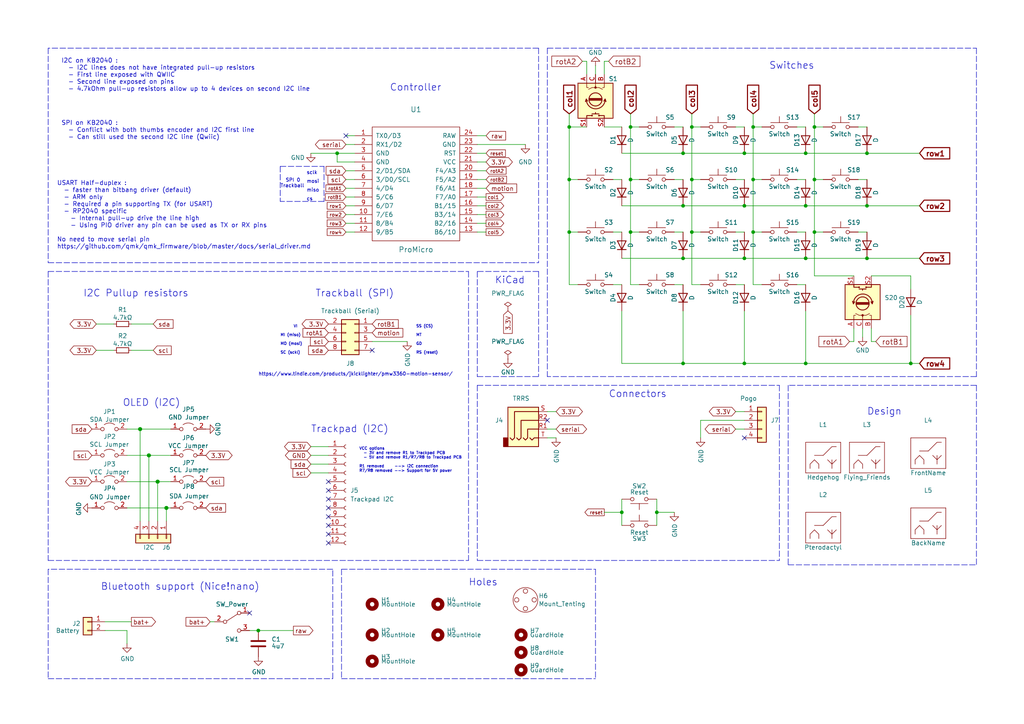
<source format=kicad_sch>
(kicad_sch (version 20211123) (generator eeschema)
  (paper "A4")
  (title_block (title "Ptechinos") (date "2022-09-11") (rev "0.6") (comment 1 "A crossover between Pteron36 and Balbuzard."))
  (lib_symbols
    (symbol "Connector:AudioJack4"
      (property "Reference" "J" (at 0 8.89 0))
      (property "Value" "AudioJack4" (at 0 6.35 0))
      (symbol "AudioJack4_1_1"
        (pin passive line (at 5.08 -2.54 180) (length 2.54) (name "~") (number "R1"))
        (pin passive line (at 5.08 0 180) (length 2.54) (name "~") (number "R2"))
        (pin passive line (at 5.08 2.54 180) (length 2.54) (name "~") (number "S"))
        (pin passive line (at 5.08 -5.08 180) (length 2.54) (name "~") (number "T"))
      )
    )
    (symbol "Connector:Conn_01x12_Female" (pin_names (offset 1.016) hide)
      (property "Reference" "J" (at 0 15.24 0))
      (property "Value" "Conn_01x12_Female" (at 0 -17.78 0))
      (symbol "Conn_01x12_Female_1_1"
        (pin passive line (at -5.08 12.7 0) (length 3.81) (name "Pin_1") (number "1"))
        (pin passive line (at -5.08 -10.16 0) (length 3.81) (name "Pin_10") (number "10"))
        (pin passive line (at -5.08 -12.7 0) (length 3.81) (name "Pin_11") (number "11"))
        (pin passive line (at -5.08 -15.24 0) (length 3.81) (name "Pin_12") (number "12"))
        (pin passive line (at -5.08 10.16 0) (length 3.81) (name "Pin_2") (number "2"))
        (pin passive line (at -5.08 7.62 0) (length 3.81) (name "Pin_3") (number "3"))
        (pin passive line (at -5.08 5.08 0) (length 3.81) (name "Pin_4") (number "4"))
        (pin passive line (at -5.08 2.54 0) (length 3.81) (name "Pin_5") (number "5"))
        (pin passive line (at -5.08 0 0) (length 3.81) (name "Pin_6") (number "6"))
        (pin passive line (at -5.08 -2.54 0) (length 3.81) (name "Pin_7") (number "7"))
        (pin passive line (at -5.08 -5.08 0) (length 3.81) (name "Pin_8") (number "8"))
        (pin passive line (at -5.08 -7.62 0) (length 3.81) (name "Pin_9") (number "9"))
      )
    )
    (symbol "Connector_Generic:Conn_01x02" (pin_names (offset 1.016) hide)
      (property "Reference" "J" (at 0 2.54 0))
      (property "Value" "Conn_01x02" (at 0 -5.08 0))
      (symbol "Conn_01x02_1_1"
        (pin passive line (at -5.08 0 0) (length 3.81) (name "Pin_1") (number "1"))
        (pin passive line (at -5.08 -2.54 0) (length 3.81) (name "Pin_2") (number "2"))
      )
    )
    (symbol "Connector_Generic:Conn_01x04" (pin_names (offset 1.016) hide)
      (property "Reference" "J" (at 0 5.08 0))
      (property "Value" "Conn_01x04" (at 0 -7.62 0))
      (symbol "Conn_01x04_1_1"
        (pin passive line (at -5.08 2.54 0) (length 3.81) (name "Pin_1") (number "1"))
        (pin passive line (at -5.08 0 0) (length 3.81) (name "Pin_2") (number "2"))
        (pin passive line (at -5.08 -2.54 0) (length 3.81) (name "Pin_3") (number "3"))
        (pin passive line (at -5.08 -5.08 0) (length 3.81) (name "Pin_4") (number "4"))
      )
    )
    (symbol "Connector_Generic:Conn_02x04_Odd_Even" (pin_names (offset 1.016) hide)
      (property "Reference" "J" (at 1.27 5.08 0))
      (property "Value" "Conn_02x04_Odd_Even" (at 1.27 -7.62 0))
      (symbol "Conn_02x04_Odd_Even_1_1"
        (pin passive line (at -5.08 2.54 0) (length 3.81) (name "Pin_1") (number "1"))
        (pin passive line (at 7.62 2.54 180) (length 3.81) (name "Pin_2") (number "2"))
        (pin passive line (at -5.08 0 0) (length 3.81) (name "Pin_3") (number "3"))
        (pin passive line (at 7.62 0 180) (length 3.81) (name "Pin_4") (number "4"))
        (pin passive line (at -5.08 -2.54 0) (length 3.81) (name "Pin_5") (number "5"))
        (pin passive line (at 7.62 -2.54 180) (length 3.81) (name "Pin_6") (number "6"))
        (pin passive line (at -5.08 -5.08 0) (length 3.81) (name "Pin_7") (number "7"))
        (pin passive line (at 7.62 -5.08 180) (length 3.81) (name "Pin_8") (number "8"))
      )
    )
    (symbol "Device:C" (pin_numbers hide) (pin_names (offset 0.254))
      (property "Reference" "C" (at 0.635 2.54 0))
      (property "Value" "C" (at 0.635 -2.54 0))
      (symbol "C_1_1"
        (pin passive line (at 0 3.81 270) (length 2.794) (name "~") (number "1"))
        (pin passive line (at 0 -3.81 90) (length 2.794) (name "~") (number "2"))
      )
    )
    (symbol "Device:D" (pin_numbers hide) (pin_names (offset 1.016) hide)
      (property "Reference" "D" (at 0 2.54 0))
      (property "Value" "D" (at 0 -2.54 0))
      (symbol "D_1_1"
        (pin passive line (at -3.81 0 0) (length 2.54) (name "K") (number "1"))
        (pin passive line (at 3.81 0 180) (length 2.54) (name "A") (number "2"))
      )
    )
    (symbol "Device:R_Small" (pin_numbers hide) (pin_names (offset 0.254) hide)
      (property "Reference" "R" (at 0.762 0.508 0))
      (property "Value" "R_Small" (at 0.762 -1.016 0))
      (symbol "R_Small_1_1"
        (pin passive line (at 0 2.54 270) (length 0.762) (name "~") (number "1"))
        (pin passive line (at 0 -2.54 90) (length 0.762) (name "~") (number "2"))
      )
    )
    (symbol "Device:RotaryEncoder_Switch" (pin_names (offset 0.254) hide)
      (property "Reference" "SW" (at 0 6.604 0))
      (property "Value" "RotaryEncoder_Switch" (at 0 -6.604 0))
      (symbol "RotaryEncoder_Switch_1_1"
        (pin passive line (at -7.62 2.54 0) (length 2.54) (name "A") (number "A"))
        (pin passive line (at -7.62 -2.54 0) (length 2.54) (name "B") (number "B"))
        (pin passive line (at -7.62 0 0) (length 2.54) (name "C") (number "C"))
        (pin passive line (at 7.62 2.54 180) (length 2.54) (name "S1") (number "S1"))
        (pin passive line (at 7.62 -2.54 180) (length 2.54) (name "S2") (number "S2"))
      )
    )
    (symbol "Jumper:Jumper_2_Open" (pin_names (offset 0) hide)
      (property "Reference" "JP" (at 0 2.794 0))
      (property "Value" "Jumper_2_Open" (at 0 -2.286 0))
      (symbol "Jumper_2_Open_1_1"
        (pin passive line (at -5.08 0 0) (length 2.54) (name "A") (number "1"))
        (pin passive line (at 5.08 0 180) (length 2.54) (name "B") (number "2"))
      )
    )
    (symbol "Mechanical:MountingHole" (pin_names (offset 1.016))
      (property "Reference" "H" (at 0 5.08 0))
      (property "Value" "MountingHole" (at 0 3.175 0))
    )
    (symbol "Switch:SW_Push" (pin_numbers hide) (pin_names (offset 1.016) hide)
      (property "Reference" "SW" (at 1.27 2.54 0))
      (property "Value" "SW_Push" (at 0 -1.524 0))
      (symbol "SW_Push_0_1"
        (pin passive line (at -5.08 0 0) (length 2.54) (name "1") (number "1"))
        (pin passive line (at 5.08 0 180) (length 2.54) (name "2") (number "2"))
      )
    )
    (symbol "Switch:SW_SPDT" (pin_names (offset 0) hide)
      (property "Reference" "SW" (at 0 4.318 0))
      (property "Value" "SW_SPDT" (at 0 -5.08 0))
      (symbol "SW_SPDT_1_1"
        (pin passive line (at 5.08 2.54 180) (length 2.54) (name "A") (number "1"))
        (pin passive line (at -5.08 0 0) (length 2.54) (name "B") (number "2"))
        (pin passive line (at 5.08 -2.54 180) (length 2.54) (name "C") (number "3"))
      )
    )
    (symbol "power:GND" (power) (pin_names (offset 0))
      (property "Value" "GND" (at 0 -3.81 0))
      (symbol "GND_1_1"
        (pin power_in line (at 0 0 270) (length 0) hide (name "GND") (number "1"))
      )
    )
    (symbol "power:PWR_FLAG" (power) (pin_numbers hide) (pin_names (offset 0) hide)
      (property "Value" "PWR_FLAG" (at 0 3.81 0))
      (symbol "PWR_FLAG_0_0"
        (pin power_out line (at 0 0 90) (length 0) (name "pwr") (number "1"))
      )
    )
    (symbol "ptechinos:Logo" (pin_names (offset 1.016))
      (property "Reference" "H" (at 0 -6.35 0))
      (property "Value" "Logo" (at 0 -3.81 0))
    )
    (symbol "ptechinos:Mount_Tenting" (pin_names (offset 1.016))
      (property "Reference" "H" (at 3.81 1.905 0))
      (property "Value" "Mount_Tenting" (at 3.81 -1.905 0))
    )
    (symbol "ptechinos:ProMicro" (pin_names (offset 1.016))
      (property "Reference" "U" (at 0 19.05 0))
      (property "Value" "ProMicro" (at 0 -19.05 0))
      (symbol "ProMicro_1_1"
        (pin bidirectional line (at -17.78 13.97 0) (length 5.08) (name "TX0/D3") (number "1"))
        (pin bidirectional line (at -17.78 -8.89 0) (length 5.08) (name "7/E6") (number "10"))
        (pin bidirectional line (at -17.78 -11.43 0) (length 5.08) (name "8/B4") (number "11"))
        (pin bidirectional line (at -17.78 -13.97 0) (length 5.08) (name "9/B5") (number "12"))
        (pin bidirectional line (at 17.78 -13.97 180) (length 5.08) (name "B6/10") (number "13"))
        (pin bidirectional line (at 17.78 -11.43 180) (length 5.08) (name "B2/16") (number "14"))
        (pin bidirectional line (at 17.78 -8.89 180) (length 5.08) (name "B3/14") (number "15"))
        (pin bidirectional line (at 17.78 -6.35 180) (length 5.08) (name "B1/15") (number "16"))
        (pin bidirectional line (at 17.78 -3.81 180) (length 5.08) (name "F7/A0") (number "17"))
        (pin bidirectional line (at 17.78 -1.27 180) (length 5.08) (name "F6/A1") (number "18"))
        (pin bidirectional line (at 17.78 1.27 180) (length 5.08) (name "F5/A2") (number "19"))
        (pin bidirectional line (at -17.78 11.43 0) (length 5.08) (name "RX1/D2") (number "2"))
        (pin bidirectional line (at 17.78 3.81 180) (length 5.08) (name "F4/A3") (number "20"))
        (pin power_in line (at 17.78 6.35 180) (length 5.08) (name "VCC") (number "21"))
        (pin input line (at 17.78 8.89 180) (length 5.08) (name "RST") (number "22"))
        (pin power_in line (at 17.78 11.43 180) (length 5.08) (name "GND") (number "23"))
        (pin power_out line (at 17.78 13.97 180) (length 5.08) (name "RAW") (number "24"))
        (pin power_in line (at -17.78 8.89 0) (length 5.08) (name "GND") (number "3"))
        (pin power_in line (at -17.78 6.35 0) (length 5.08) (name "GND") (number "4"))
        (pin bidirectional line (at -17.78 3.81 0) (length 5.08) (name "2/D1/SDA") (number "5"))
        (pin bidirectional line (at -17.78 1.27 0) (length 5.08) (name "3/D0/SCL") (number "6"))
        (pin bidirectional line (at -17.78 -1.27 0) (length 5.08) (name "4/D4") (number "7"))
        (pin bidirectional line (at -17.78 -3.81 0) (length 5.08) (name "5/C6") (number "8"))
        (pin bidirectional line (at -17.78 -6.35 0) (length 5.08) (name "6/D7") (number "9"))
      )
    )
  )
  (junction (at 165.1 52.07))
  (junction (at 218.44 52.07))
  (junction (at 233.68 59.69))
  (junction (at 198.12 59.69))
  (junction (at 190.5 148.59))
  (junction (at 97.79 44.45))
  (junction (at 182.88 67.31))
  (junction (at 48.26 147.32) (diameter 1.016))
  (junction (at 180.34 148.59))
  (junction (at 200.66 36.83))
  (junction (at 251.46 59.69))
  (junction (at 215.9 59.69))
  (junction (at 200.66 67.31))
  (junction (at 251.46 74.93))
  (junction (at 45.72 139.7) (diameter 1.016))
  (junction (at 165.1 36.83))
  (junction (at 215.9 44.45))
  (junction (at 200.66 52.07))
  (junction (at 165.1 67.31))
  (junction (at 43.18 132.08) (diameter 1.016))
  (junction (at 198.12 74.93))
  (junction (at 215.9 74.93))
  (junction (at 198.12 105.41))
  (junction (at 233.68 44.45))
  (junction (at 236.22 67.31))
  (junction (at 233.68 105.41))
  (junction (at 198.12 44.45))
  (junction (at 218.44 67.31))
  (junction (at 218.44 36.83))
  (junction (at 251.46 44.45))
  (junction (at 182.88 36.83))
  (junction (at 233.68 74.93))
  (junction (at 74.93 182.88))
  (junction (at 40.64 124.46) (diameter 1.016))
  (junction (at 182.88 52.07))
  (junction (at 236.22 52.07))
  (junction (at 264.16 105.41))
  (junction (at 236.22 36.83))
  (junction (at 215.9 105.41))
  (no_connect (at 100.33 39.37))
  (no_connect (at 95.25 147.32))
  (no_connect (at 95.25 144.78))
  (no_connect (at 95.25 154.94))
  (no_connect (at 95.25 152.4))
  (no_connect (at 215.9 127))
  (no_connect (at 107.95 101.6))
  (no_connect (at 158.75 121.92))
  (no_connect (at 95.25 139.7))
  (no_connect (at 95.25 142.24))
  (no_connect (at 95.25 157.48))
  (no_connect (at 72.39 177.8))
  (no_connect (at 95.25 149.86))
  (polyline (pts (xy 156.21 13.97) (xy 156.21 76.2)))
  (polyline (pts (xy 156.21 78.74) (xy 156.21 109.22)))
  (wire (pts (xy 213.36 124.46) (xy 215.9 124.46)))
  (wire (pts (xy 165.1 82.55) (xy 167.64 82.55)))
  (wire (pts (xy 140.97 49.53) (xy 138.43 49.53)))
  (wire (pts (xy 236.22 67.31) (xy 238.76 67.31)))
  (polyline (pts (xy 138.43 162.56) (xy 226.06 162.56)))
  (wire (pts (xy 254 99.06) (xy 252.73 99.06)))
  (wire (pts (xy 251.46 44.45) (xy 266.7 44.45)))
  (wire (pts (xy 175.26 36.83) (xy 180.34 36.83)))
  (wire (pts (xy 182.88 33.02) (xy 182.88 36.83)))
  (wire (pts (xy 218.44 52.07) (xy 220.98 52.07)))
  (polyline (pts (xy 99.06 165.1) (xy 99.06 196.85)))
  (polyline (pts (xy 135.89 78.74) (xy 135.89 162.56)))
  (wire (pts (xy 48.26 147.32) (xy 49.53 147.32)))
  (polyline (pts (xy 228.6 163.83) (xy 283.21 163.83)))
  (wire (pts (xy 180.34 148.59) (xy 180.34 152.4)))
  (wire (pts (xy 251.46 74.93) (xy 266.7 74.93)))
  (wire (pts (xy 180.34 44.45) (xy 198.12 44.45)))
  (wire (pts (xy 231.14 67.31) (xy 233.68 67.31)))
  (polyline (pts (xy 158.75 13.97) (xy 283.21 13.97)) (stroke (width 0) (type dash)))
  (polyline (pts (xy 283.21 111.76) (xy 228.6 111.76)))
  (wire (pts (xy 182.88 36.83) (xy 185.42 36.83)))
  (polyline (pts (xy 13.97 165.1) (xy 13.97 196.85)))
  (polyline (pts (xy 283.21 13.97) (xy 283.21 109.22)) (stroke (width 0) (type dash)))
  (wire (pts (xy 195.58 52.07) (xy 198.12 52.07)))
  (wire (pts (xy 30.48 180.34) (xy 38.1 180.34)))
  (wire (pts (xy 198.12 90.17) (xy 198.12 105.41)))
  (wire (pts (xy 180.34 148.59) (xy 175.26 148.59)))
  (wire (pts (xy 100.33 67.31) (xy 102.87 67.31)))
  (wire (pts (xy 100.33 52.07) (xy 102.87 52.07)))
  (wire (pts (xy 161.29 119.38) (xy 158.75 119.38)))
  (wire (pts (xy 233.68 105.41) (xy 264.16 105.41)))
  (wire (pts (xy 247.65 95.25) (xy 247.65 99.06)))
  (wire (pts (xy 195.58 67.31) (xy 198.12 67.31)))
  (wire (pts (xy 177.8 52.07) (xy 180.34 52.07)))
  (wire (pts (xy 248.92 67.31) (xy 251.46 67.31)))
  (wire (pts (xy 48.26 147.32) (xy 48.26 151.13)))
  (polyline (pts (xy 13.97 196.85) (xy 96.52 196.85)))
  (wire (pts (xy 195.58 82.55) (xy 198.12 82.55)))
  (wire (pts (xy 213.36 119.38) (xy 215.9 119.38)))
  (wire (pts (xy 236.22 67.31) (xy 236.22 80.01)))
  (polyline (pts (xy 13.97 78.74) (xy 13.97 162.56)))
  (polyline (pts (xy 96.52 196.85) (xy 96.52 165.1)))
  (wire (pts (xy 43.18 132.08) (xy 49.53 132.08)))
  (wire (pts (xy 100.33 54.61) (xy 102.87 54.61)))
  (wire (pts (xy 100.33 41.91) (xy 102.87 41.91)))
  (wire (pts (xy 218.44 67.31) (xy 218.44 82.55)))
  (polyline (pts (xy 158.75 13.97) (xy 158.75 109.22)) (stroke (width 0) (type dash)))
  (wire (pts (xy 165.1 52.07) (xy 167.64 52.07)))
  (wire (pts (xy 180.34 82.55) (xy 177.8 82.55)))
  (wire (pts (xy 177.8 67.31) (xy 180.34 67.31)))
  (polyline (pts (xy 99.06 196.85) (xy 172.72 196.85)))
  (polyline (pts (xy 99.06 165.1) (xy 172.72 165.1)))
  (wire (pts (xy 215.9 105.41) (xy 233.68 105.41)))
  (wire (pts (xy 138.43 59.69) (xy 140.97 59.69)))
  (wire (pts (xy 180.34 105.41) (xy 198.12 105.41)))
  (wire (pts (xy 182.88 36.83) (xy 182.88 52.07)))
  (wire (pts (xy 165.1 67.31) (xy 165.1 82.55)))
  (wire (pts (xy 213.36 36.83) (xy 215.9 36.83)))
  (wire (pts (xy 74.93 182.88) (xy 85.09 182.88)))
  (wire (pts (xy 158.75 124.46) (xy 161.29 124.46)))
  (wire (pts (xy 236.22 52.07) (xy 238.76 52.07)))
  (wire (pts (xy 175.26 17.78) (xy 176.53 17.78)))
  (wire (pts (xy 175.26 17.78) (xy 175.26 21.59)))
  (wire (pts (xy 100.33 59.69) (xy 102.87 59.69)))
  (wire (pts (xy 165.1 52.07) (xy 165.1 67.31)))
  (wire (pts (xy 180.34 59.69) (xy 198.12 59.69)))
  (wire (pts (xy 90.17 129.54) (xy 95.25 129.54)))
  (wire (pts (xy 97.79 44.45) (xy 97.79 46.99)))
  (wire (pts (xy 264.16 80.01) (xy 264.16 83.82)))
  (wire (pts (xy 140.97 54.61) (xy 138.43 54.61)))
  (wire (pts (xy 215.9 44.45) (xy 233.68 44.45)))
  (wire (pts (xy 198.12 44.45) (xy 215.9 44.45)))
  (wire (pts (xy 36.83 132.08) (xy 43.18 132.08)))
  (polyline (pts (xy 93.98 58.42) (xy 81.28 58.42)))
  (wire (pts (xy 138.43 64.77) (xy 140.97 64.77)))
  (wire (pts (xy 236.22 52.07) (xy 236.22 67.31)))
  (wire (pts (xy 172.72 19.05) (xy 172.72 21.59)))
  (wire (pts (xy 195.58 36.83) (xy 198.12 36.83)))
  (wire (pts (xy 140.97 52.07) (xy 138.43 52.07)))
  (wire (pts (xy 231.14 82.55) (xy 233.68 82.55)))
  (wire (pts (xy 90.17 132.08) (xy 95.25 132.08)))
  (wire (pts (xy 200.66 36.83) (xy 203.2 36.83)))
  (wire (pts (xy 100.33 64.77) (xy 102.87 64.77)))
  (wire (pts (xy 138.43 67.31) (xy 140.97 67.31)))
  (wire (pts (xy 198.12 59.69) (xy 215.9 59.69)))
  (wire (pts (xy 200.66 82.55) (xy 203.2 82.55)))
  (wire (pts (xy 248.92 52.07) (xy 251.46 52.07)))
  (wire (pts (xy 138.43 41.91) (xy 152.4 41.91)))
  (wire (pts (xy 100.33 39.37) (xy 102.87 39.37)))
  (wire (pts (xy 233.68 59.69) (xy 251.46 59.69)))
  (polyline (pts (xy 13.97 76.2) (xy 156.21 76.2)))
  (wire (pts (xy 200.66 52.07) (xy 203.2 52.07)))
  (polyline (pts (xy 81.28 48.26) (xy 81.28 58.42)))
  (wire (pts (xy 170.18 17.78) (xy 168.91 17.78)))
  (polyline (pts (xy 93.98 48.26) (xy 93.98 58.42)))
  (wire (pts (xy 203.2 121.92) (xy 203.2 127)))
  (wire (pts (xy 236.22 80.01) (xy 247.65 80.01)))
  (wire (pts (xy 182.88 67.31) (xy 185.42 67.31)))
  (wire (pts (xy 218.44 36.83) (xy 220.98 36.83)))
  (polyline (pts (xy 138.43 111.76) (xy 226.06 111.76)))
  (polyline (pts (xy 156.21 78.74) (xy 138.43 78.74)))
  (wire (pts (xy 165.1 33.02) (xy 165.1 36.83)))
  (wire (pts (xy 170.18 17.78) (xy 170.18 21.59)))
  (wire (pts (xy 236.22 33.02) (xy 236.22 36.83)))
  (wire (pts (xy 236.22 36.83) (xy 236.22 52.07)))
  (wire (pts (xy 250.19 95.25) (xy 250.19 97.79)))
  (polyline (pts (xy 138.43 78.74) (xy 138.43 109.22)))
  (wire (pts (xy 60.96 180.34) (xy 62.23 180.34)))
  (polyline (pts (xy 283.21 111.76) (xy 283.21 163.83)))
  (wire (pts (xy 165.1 36.83) (xy 165.1 52.07)))
  (wire (pts (xy 138.43 39.37) (xy 140.97 39.37)))
  (wire (pts (xy 138.43 46.99) (xy 140.97 46.99)))
  (wire (pts (xy 165.1 36.83) (xy 170.18 36.83)))
  (wire (pts (xy 213.36 67.31) (xy 215.9 67.31)))
  (polyline (pts (xy 156.21 13.97) (xy 13.97 13.97)))
  (wire (pts (xy 180.34 144.78) (xy 180.34 148.59)))
  (wire (pts (xy 72.39 182.88) (xy 74.93 182.88)))
  (wire (pts (xy 30.48 182.88) (xy 36.83 182.88)))
  (polyline (pts (xy 96.52 165.1) (xy 13.97 165.1)))
  (wire (pts (xy 252.73 99.06) (xy 252.73 95.25)))
  (wire (pts (xy 198.12 105.41) (xy 215.9 105.41)))
  (wire (pts (xy 107.95 99.06) (xy 118.11 99.06)))
  (wire (pts (xy 100.33 57.15) (xy 102.87 57.15)))
  (polyline (pts (xy 283.21 109.22) (xy 158.75 109.22)) (stroke (width 0) (type dash)))
  (wire (pts (xy 40.64 124.46) (xy 49.53 124.46)))
  (wire (pts (xy 218.44 36.83) (xy 218.44 52.07)))
  (wire (pts (xy 90.17 44.45) (xy 97.79 44.45)))
  (wire (pts (xy 218.44 33.02) (xy 218.44 36.83)))
  (polyline (pts (xy 172.72 165.1) (xy 172.72 196.85)))
  (wire (pts (xy 43.18 132.08) (xy 43.18 151.13)))
  (wire (pts (xy 97.79 46.99) (xy 102.87 46.99)))
  (polyline (pts (xy 13.97 78.74) (xy 135.89 78.74)))
  (wire (pts (xy 218.44 82.55) (xy 220.98 82.55)))
  (wire (pts (xy 247.65 99.06) (xy 246.38 99.06)))
  (wire (pts (xy 44.45 93.98) (xy 38.1 93.98)))
  (wire (pts (xy 264.16 91.44) (xy 264.16 105.41)))
  (wire (pts (xy 100.33 62.23) (xy 102.87 62.23)))
  (wire (pts (xy 45.72 139.7) (xy 49.53 139.7)))
  (wire (pts (xy 233.68 74.93) (xy 251.46 74.93)))
  (wire (pts (xy 231.14 36.83) (xy 233.68 36.83)))
  (wire (pts (xy 251.46 59.69) (xy 266.7 59.69)))
  (wire (pts (xy 215.9 90.17) (xy 215.9 105.41)))
  (wire (pts (xy 215.9 59.69) (xy 233.68 59.69)))
  (wire (pts (xy 190.5 152.4) (xy 190.5 148.59)))
  (wire (pts (xy 190.5 144.78) (xy 190.5 148.59)))
  (wire (pts (xy 138.43 57.15) (xy 140.97 57.15)))
  (wire (pts (xy 36.83 182.88) (xy 36.83 186.69)))
  (polyline (pts (xy 13.97 162.56) (xy 135.89 162.56)))
  (wire (pts (xy 180.34 90.17) (xy 180.34 105.41)))
  (wire (pts (xy 165.1 67.31) (xy 167.64 67.31)))
  (wire (pts (xy 138.43 62.23) (xy 140.97 62.23)))
  (wire (pts (xy 200.66 67.31) (xy 203.2 67.31)))
  (wire (pts (xy 90.17 137.16) (xy 95.25 137.16)))
  (wire (pts (xy 33.02 93.98) (xy 27.94 93.98)))
  (wire (pts (xy 45.72 139.7) (xy 45.72 151.13)))
  (wire (pts (xy 218.44 52.07) (xy 218.44 67.31)))
  (wire (pts (xy 215.9 74.93) (xy 233.68 74.93)))
  (wire (pts (xy 190.5 148.59) (xy 195.58 148.59)))
  (polyline (pts (xy 138.43 111.76) (xy 138.43 162.56)))
  (wire (pts (xy 182.88 52.07) (xy 185.42 52.07)))
  (wire (pts (xy 90.17 134.62) (xy 95.25 134.62)))
  (polyline (pts (xy 228.6 111.76) (xy 228.6 163.83)))
  (wire (pts (xy 198.12 74.93) (xy 215.9 74.93)))
  (wire (pts (xy 36.83 147.32) (xy 48.26 147.32)))
  (wire (pts (xy 138.43 44.45) (xy 140.97 44.45)))
  (wire (pts (xy 182.88 52.07) (xy 182.88 67.31)))
  (wire (pts (xy 182.88 67.31) (xy 182.88 82.55)))
  (wire (pts (xy 200.66 52.07) (xy 200.66 67.31)))
  (wire (pts (xy 200.66 36.83) (xy 200.66 52.07)))
  (wire (pts (xy 182.88 82.55) (xy 185.42 82.55)))
  (wire (pts (xy 213.36 82.55) (xy 215.9 82.55)))
  (wire (pts (xy 215.9 121.92) (xy 203.2 121.92)))
  (wire (pts (xy 97.79 44.45) (xy 102.87 44.45)))
  (wire (pts (xy 233.68 44.45) (xy 251.46 44.45)))
  (wire (pts (xy 200.66 33.02) (xy 200.66 36.83)))
  (wire (pts (xy 200.66 67.31) (xy 200.66 82.55)))
  (wire (pts (xy 27.94 101.6) (xy 33.02 101.6)))
  (wire (pts (xy 231.14 52.07) (xy 233.68 52.07)))
  (wire (pts (xy 40.64 124.46) (xy 40.64 151.13)))
  (wire (pts (xy 264.16 105.41) (xy 266.7 105.41)))
  (wire (pts (xy 213.36 52.07) (xy 215.9 52.07)))
  (wire (pts (xy 180.34 74.93) (xy 198.12 74.93)))
  (wire (pts (xy 233.68 105.41) (xy 233.68 90.17)))
  (wire (pts (xy 36.83 124.46) (xy 40.64 124.46)))
  (wire (pts (xy 252.73 80.01) (xy 264.16 80.01)))
  (polyline (pts (xy 226.06 111.76) (xy 226.06 162.56)))
  (polyline (pts (xy 13.97 13.97) (xy 13.97 76.2)))
  (polyline (pts (xy 81.28 48.26) (xy 93.98 48.26)))
  (wire (pts (xy 248.92 36.83) (xy 251.46 36.83)))
  (polyline (pts (xy 138.43 109.22) (xy 156.21 109.22)))
  (wire (pts (xy 161.29 127) (xy 158.75 127)))
  (wire (pts (xy 44.45 101.6) (xy 38.1 101.6)))
  (wire (pts (xy 36.83 139.7) (xy 45.72 139.7)))
  (wire (pts (xy 100.33 49.53) (xy 102.87 49.53)))
  (wire (pts (xy 236.22 36.83) (xy 238.76 36.83)))
  (wire (pts (xy 218.44 67.31) (xy 220.98 67.31)))
  (text "RS (reset)" (at 120.65 102.87 0) (effects (font (size 0.8 0.8)) (justify left bottom)))
  (text "Holes" (at 135.89 170.18 0) (effects (font (size 2 2)) (justify left bottom)))
  (text "I2C on KB2040 :\n  - I2C lines does not have integrated pull-up resistors\n  - First line exposed with QWIIC\n  - Second line exposed on pins\n  - 4.7kOhm pull-up resistors allow up to 4 devices on second I2C line" (at 17.78 26.67 0) (effects (font (size 1.27 1.27)) (justify left bottom)))
  (text "MI (miso)" (at 81.28 97.79 0) (effects (font (size 0.8 0.8)) (justify left bottom)))
  (text "MO (mosi)" (at 81.28 100.33 0) (effects (font (size 0.8 0.8)) (justify left bottom)))
  (text "Connectors" (at 176.53 115.57 0) (effects (font (size 2 2)) (justify left bottom)))
  (text "KiCad" (at 143.51 82.55 0) (effects (font (size 2 2)) (justify left bottom)))
  (text "MT" (at 120.65 97.79 0) (effects (font (size 0.8 0.8)) (justify left bottom)))
  (text "I2C Pullup resistors" (at 24.13 86.36 0) (effects (font (size 2 2)) (justify left bottom)))
  (text "GD" (at 120.65 100.33 0) (effects (font (size 0.8 0.8)) (justify left bottom)))
  (text "miso" (at 88.9 55.88 0) (effects (font (size 1 1)) (justify left bottom)))
  (text "Trackpad (I2C)\n" (at 90.17 125.73 0) (effects (font (size 2 2)) (justify left bottom)))
  (text "SC (sckl)" (at 81.28 102.87 0) (effects (font (size 0.8 0.8)) (justify left bottom)))
  (text "Trackball (SPI)" (at 91.44 86.36 0) (effects (font (size 2 2)) (justify left bottom)))
  (text "SPI on KB2040 :\n  - Conflict with both thumbs encoder and I2C first line\n  - Can still used the second I2C line (Qwiic)" (at 17.78 40.64 0) (effects (font (size 1.27 1.27)) (justify left bottom)))
  (text "https://www.tindie.com/products/jkicklighter/pmw3360-motion-sensor/" (at 74.93 109.22 0) (effects (font (size 1 1)) (justify left bottom)))
  (text "USART Half-duplex :\n  - faster than bitbang driver (default)\n  - ARM only \n  - Required a pin supporting TX (for USART)\n  - RP2040 specific\n    - Internal pull-up drive the line high\n    - Using PIO driver any pin can be used as TX or RX pins\n\nNo need to move serial pin\nhttps://github.com/qmk/qmk_firmware/blob/master/docs/serial_driver.md" (at 16.51 72.39 0) (effects (font (size 1.27 1.27)) (justify left bottom)))
  (text "  SPI 0\nTrackball" (at 81.28 54.61 0) (effects (font (size 1 1)) (justify left bottom)))
  (text "Switches" (at 236.22 20.32 180) (effects (font (size 2 2)) (justify right bottom)))
  (text "SS (CS)" (at 120.65 95.25 0) (effects (font (size 0.8 0.8)) (justify left bottom)))
  (text "VCC options\n  - 3V and remove R1 to Trackpad PCB\n  - 5V and remove R1/R7/R8 to Trackpad PCB\n\nR1 removed     --> I2C connection\nR7/R8 removed --> Support for 5V power" (at 104.14 137.16 0) (effects (font (size 0.8 0.8)) (justify left bottom)))
  (text "Bluetooth support (Nice!nano)" (at 29.21 171.45 0) (effects (font (size 2 2)) (justify left bottom)))
  (text "Design" (at 251.46 120.65 0) (effects (font (size 2 2)) (justify left bottom)))
  (text "OLED (I2C)" (at 35.56 118.11 0) (effects (font (size 2 2)) (justify left bottom)))
  (text "cs" (at 88.9 58.42 0) (effects (font (size 1 1)) (justify left bottom)))
  (text "sclk" (at 88.9 50.8 0) (effects (font (size 1 1)) (justify left bottom)))
  (text "VI" (at 85.09 95.25 0) (effects (font (size 0.8 0.8)) (justify left bottom)))
  (text "mosi" (at 88.9 53.34 0) (effects (font (size 1 1)) (justify left bottom)))
  (text "Controller" (at 113.03 26.67 0) (effects (font (size 2 2)) (justify left bottom)))
  (global_label "sda" (shape input) (at 95.25 101.6 180) (property "Intersheet References" "${INTERSHEET_REFS}" (effects hide)))
  (global_label "reset" (shape input) (at 140.97 44.45 0) (effects (font (size 1 1))) (property "Intersheet References" "${INTERSHEET_REFS}" (effects hide)))
  (global_label "sda" (shape input) (at 100.33 49.53 180) (property "Intersheet References" "${INTERSHEET_REFS}" (effects hide)))
  (global_label "scl" (shape input) (at 59.69 139.7 0) (property "Intersheet References" "${INTERSHEET_REFS}" (effects hide)))
  (global_label "rotA2" (shape input) (at 168.91 17.78 180) (effects (font (size 1.524 1.524))) (property "Intersheet References" "${INTERSHEET_REFS}" (effects hide)))
  (global_label "row2" (shape input) (at 266.7 59.69 0) (effects (font (size 1.524 1.524) (thickness 0.3048) bold)) (property "Intersheet References" "${INTERSHEET_REFS}" (effects hide)))
  (global_label "col3" (shape input) (at 200.66 33.02 90) (effects (font (size 1.524 1.524) (thickness 0.3048) bold)) (property "Intersheet References" "${INTERSHEET_REFS}" (effects hide)))
  (global_label "rotA1" (shape input) (at 246.38 99.06 180) (effects (font (size 1.524 1.524))) (property "Intersheet References" "${INTERSHEET_REFS}" (effects hide)))
  (global_label "row4" (shape input) (at 100.33 67.31 180) (effects (font (size 1 1))) (property "Intersheet References" "${INTERSHEET_REFS}" (effects hide)))
  (global_label "col5" (shape input) (at 236.22 33.02 90) (effects (font (size 1.524 1.524) (thickness 0.3048) bold)) (property "Intersheet References" "${INTERSHEET_REFS}" (effects hide)))
  (global_label "col4" (shape input) (at 218.44 33.02 90) (effects (font (size 1.524 1.524) (thickness 0.3048) bold)) (property "Intersheet References" "${INTERSHEET_REFS}" (effects hide)))
  (global_label "reset" (shape output) (at 175.26 148.59 180) (effects (font (size 1 1))) (property "Intersheet References" "${INTERSHEET_REFS}" (effects hide)))
  (global_label "3.3V" (shape bidirectional) (at 140.97 46.99 0) (property "Intersheet References" "${INTERSHEET_REFS}" (effects hide)))
  (global_label "rotB1" (shape input) (at 107.95 93.98 0) (property "Intersheet References" "${INTERSHEET_REFS}" (effects hide)))
  (global_label "3.3V" (shape bidirectional) (at 59.69 132.08 0) (property "Intersheet References" "${INTERSHEET_REFS}" (effects hide)))
  (global_label "scl" (shape input) (at 90.17 137.16 180) (property "Intersheet References" "${INTERSHEET_REFS}" (effects hide)))
  (global_label "scl" (shape input) (at 44.45 101.6 0) (property "Intersheet References" "${INTERSHEET_REFS}" (effects hide)))
  (global_label "serial" (shape bidirectional) (at 213.36 124.46 180) (property "Intersheet References" "${INTERSHEET_REFS}" (effects hide)))
  (global_label "rotA1" (shape input) (at 100.33 54.61 180) (effects (font (size 1 1))) (property "Intersheet References" "${INTERSHEET_REFS}" (effects hide)))
  (global_label "bat+" (shape output) (at 38.1 180.34 0) (property "Intersheet References" "${INTERSHEET_REFS}" (effects hide)))
  (global_label "col3" (shape output) (at 140.97 62.23 0) (effects (font (size 1 1))) (property "Intersheet References" "${INTERSHEET_REFS}" (effects hide)))
  (global_label "row4" (shape input) (at 266.7 105.41 0) (effects (font (size 1.524 1.524) (thickness 0.3048) bold)) (property "Intersheet References" "${INTERSHEET_REFS}" (effects hide)))
  (global_label "raw" (shape input) (at 140.97 39.37 0) (property "Intersheet References" "${INTERSHEET_REFS}" (effects hide)))
  (global_label "sda" (shape input) (at 44.45 93.98 0) (property "Intersheet References" "${INTERSHEET_REFS}" (effects hide)))
  (global_label "col1" (shape output) (at 140.97 57.15 0) (effects (font (size 1 1))) (property "Intersheet References" "${INTERSHEET_REFS}" (effects hide)))
  (global_label "rotB2" (shape input) (at 140.97 52.07 0) (effects (font (size 1 1))) (property "Intersheet References" "${INTERSHEET_REFS}" (effects hide)))
  (global_label "rotB1" (shape input) (at 254 99.06 0) (effects (font (size 1.524 1.524))) (property "Intersheet References" "${INTERSHEET_REFS}" (effects hide)))
  (global_label "col2" (shape input) (at 182.88 33.02 90) (effects (font (size 1.524 1.524) (thickness 0.3048) bold)) (property "Intersheet References" "${INTERSHEET_REFS}" (effects hide)))
  (global_label "row2" (shape input) (at 100.33 62.23 180) (effects (font (size 1 1))) (property "Intersheet References" "${INTERSHEET_REFS}" (effects hide)))
  (global_label "sda" (shape input) (at 59.69 147.32 0) (property "Intersheet References" "${INTERSHEET_REFS}" (effects hide)))
  (global_label "3.3V" (shape bidirectional) (at 161.29 119.38 0) (property "Intersheet References" "${INTERSHEET_REFS}" (effects hide)))
  (global_label "GND" (shape bidirectional) (at 90.17 132.08 180) (property "Intersheet References" "${INTERSHEET_REFS}" (effects hide)))
  (global_label "raw" (shape output) (at 85.09 182.88 0) (property "Intersheet References" "${INTERSHEET_REFS}" (effects hide)))
  (global_label "3.3V" (shape bidirectional) (at 213.36 119.38 180) (property "Intersheet References" "${INTERSHEET_REFS}" (effects hide)))
  (global_label "col2" (shape output) (at 140.97 59.69 0) (effects (font (size 1 1))) (property "Intersheet References" "${INTERSHEET_REFS}" (effects hide)))
  (global_label "rotA1" (shape input) (at 95.25 96.52 180) (property "Intersheet References" "${INTERSHEET_REFS}" (effects hide)))
  (global_label "motion" (shape input) (at 140.97 54.61 0) (property "Intersheet References" "${INTERSHEET_REFS}" (effects hide)))
  (global_label "3.3V" (shape bidirectional) (at 27.94 93.98 180) (property "Intersheet References" "${INTERSHEET_REFS}" (effects hide)))
  (global_label "scl" (shape input) (at 100.33 52.07 180) (property "Intersheet References" "${INTERSHEET_REFS}" (effects hide)))
  (global_label "row1" (shape input) (at 266.7 44.45 0) (effects (font (size 1.524 1.524) (thickness 0.3048) bold)) (property "Intersheet References" "${INTERSHEET_REFS}" (effects hide)))
  (global_label "row1" (shape input) (at 100.33 59.69 180) (effects (font (size 1 1))) (property "Intersheet References" "${INTERSHEET_REFS}" (effects hide)))
  (global_label "bat+" (shape input) (at 60.96 180.34 180) (property "Intersheet References" "${INTERSHEET_REFS}" (effects hide)))
  (global_label "3.3V" (shape input) (at 147.32 90.17 270) (property "Intersheet References" "${INTERSHEET_REFS}" (effects hide)))
  (global_label "3.3V" (shape bidirectional) (at 95.25 93.98 180) (property "Intersheet References" "${INTERSHEET_REFS}" (effects hide)))
  (global_label "rotB2" (shape input) (at 176.53 17.78 0) (effects (font (size 1.524 1.524))) (property "Intersheet References" "${INTERSHEET_REFS}" (effects hide)))
  (global_label "col5" (shape output) (at 140.97 67.31 0) (effects (font (size 1 1))) (property "Intersheet References" "${INTERSHEET_REFS}" (effects hide)))
  (global_label "sda" (shape input) (at 26.67 124.46 180) (property "Intersheet References" "${INTERSHEET_REFS}" (effects hide)))
  (global_label "3.3V" (shape bidirectional) (at 90.17 129.54 180) (property "Intersheet References" "${INTERSHEET_REFS}" (effects hide)))
  (global_label "serial" (shape bidirectional) (at 100.33 41.91 180) (property "Intersheet References" "${INTERSHEET_REFS}" (effects hide)))
  (global_label "scl" (shape input) (at 95.25 99.06 180) (property "Intersheet References" "${INTERSHEET_REFS}" (effects hide)))
  (global_label "serial" (shape bidirectional) (at 161.29 124.46 0) (property "Intersheet References" "${INTERSHEET_REFS}" (effects hide)))
  (global_label "row3" (shape input) (at 100.33 64.77 180) (effects (font (size 1 1))) (property "Intersheet References" "${INTERSHEET_REFS}" (effects hide)))
  (global_label "3.3V" (shape bidirectional) (at 26.67 139.7 180) (property "Intersheet References" "${INTERSHEET_REFS}" (effects hide)))
  (global_label "row3" (shape input) (at 266.7 74.93 0) (effects (font (size 1.524 1.524) (thickness 0.3048) bold)) (property "Intersheet References" "${INTERSHEET_REFS}" (effects hide)))
  (global_label "rotB1" (shape input) (at 100.33 57.15 180) (effects (font (size 1 1))) (property "Intersheet References" "${INTERSHEET_REFS}" (effects hide)))
  (global_label "scl" (shape input) (at 26.67 132.08 180) (property "Intersheet References" "${INTERSHEET_REFS}" (effects hide)))
  (global_label "col4" (shape output) (at 140.97 64.77 0) (effects (font (size 1 1))) (property "Intersheet References" "${INTERSHEET_REFS}" (effects hide)))
  (global_label "rotA2" (shape input) (at 140.97 49.53 0) (effects (font (size 1 1))) (property "Intersheet References" "${INTERSHEET_REFS}" (effects hide)))
  (global_label "col1" (shape input) (at 165.1 33.02 90) (effects (font (size 1.524 1.524) (thickness 0.3048) bold)) (property "Intersheet References" "${INTERSHEET_REFS}" (effects hide)))
  (global_label "motion" (shape input) (at 107.95 96.52 0) (property "Intersheet References" "${INTERSHEET_REFS}" (effects hide)))
  (global_label "sda" (shape input) (at 90.17 134.62 180) (property "Intersheet References" "${INTERSHEET_REFS}" (effects hide)))
  (global_label "3.3V" (shape bidirectional) (at 27.94 101.6 180) (property "Intersheet References" "${INTERSHEET_REFS}" (effects hide)))
  (symbol (lib_id "power:GND") (at 118.11 99.06 0) (unit 1)
    (property "Reference" "#PWR011" (effects hide))
    (property "Value" "GND" (at 118.237 102.3112 90) (effects (justify right)))
  )
  (symbol (lib_id "power:GND") (at 152.4 41.91 0) (unit 1)
    (property "Reference" "#PWR04" (effects hide))
    (property "Value" "GND" (at 152.4 46.99 0))
  )
  (symbol (lib_id "power:GND") (at 36.83 186.69 0) (unit 1)
    (property "Reference" "#PWR02" (effects hide))
    (property "Value" "GND" (at 36.957 191.0842 0))
  )
  (symbol (lib_id "Device:D") (at 215.9 55.88 90) (unit 1)
    (property "Reference" "D10" (at 213.36 55.88 0))
    (property "Value" "D" (at 218.44 55.88 0))
    (property "Footprint" "ptechinos:D3_TH_SMD_v2" (effects hide))
  )
  (symbol (lib_id "Jumper:Jumper_2_Open") (at 54.61 147.32 0) (unit 1)
    (property "Reference" "JP8" (at 52.8331 141.0969 0) (effects (justify left)))
    (property "Value" "SDA Jumper" (at 49.0358 143.8909 0) (effects (justify left)))
    (property "Footprint" "ptechinos:Jumper_open" (effects hide))
  )
  (symbol (lib_id "Connector:Conn_01x12_Female") (at 100.33 142.24 0) (unit 1)
    (property "Reference" "J5" (at 101.6 142.2399 0) (effects (justify left)))
    (property "Value" "Trackpad I2C" (at 101.6 144.7799 0) (effects (justify left)))
    (property "Footprint" "ptechinos:GCT_FFC2B35-12-G_R" (effects hide))
  )
  (symbol (lib_id "Connector_Generic:Conn_01x02") (at 25.4 180.34 0) (mirror y) (unit 1)
    (property "Reference" "J2" (at 23.3679 180.8491 0) (effects (justify left)))
    (property "Value" "Battery" (at 23.1139 182.8938 0) (effects (justify left)))
    (property "Footprint" "Connector_JST:JST_PH_S2B-PH-K_1x02_P2.00mm_Horizontal" (effects hide))
  )
  (symbol (lib_id "ptechinos:Logo") (at 238.76 154.94 0) (unit 1)
    (property "Reference" "L2" (at 237.49 143.51 0) (effects (justify left)))
    (property "Value" "Pterodactyl" (at 238.76 158.75 0))
    (property "Footprint" "ptechinos-graphics:pterodactyl-shadow-medium" (effects hide))
  )
  (symbol (lib_id "power:GND") (at 161.29 127 0) (unit 1)
    (property "Reference" "#PWR06" (effects hide))
    (property "Value" "GND" (at 161.417 130.2512 90) (effects (justify right)))
  )
  (symbol (lib_id "Switch:SW_Push") (at 226.06 67.31 0) (unit 1)
    (property "Reference" "S15" (at 229.87 64.516 0))
    (property "Value" "Switch" (at 226.06 69.342 0))
    (property "Footprint" "ptechinos:Kailh_socket_PG1350_optional_reversible.kicad_mod" (effects hide))
  )
  (symbol (lib_id "Device:RotaryEncoder_Switch") (at 172.72 29.21 90) (mirror x) (unit 1)
    (property "Reference" "S1" (at 176.53 22.86 90) (effects (justify right)))
    (property "Value" "RotaryEncoder_Switch" (effects hide))
    (property "Footprint" "ptechinos:pg1350-EVQWGD001_R" (effects hide))
  )
  (symbol (lib_id "power:GND") (at 74.93 190.5 0) (unit 1)
    (property "Reference" "#PWR03" (effects hide))
    (property "Value" "GND" (at 75.057 194.8942 0))
  )
  (symbol (lib_id "power:PWR_FLAG") (at 147.32 104.14 0) (unit 1)
    (property "Reference" "#FLG0101" (effects hide))
    (property "Value" "PWR_FLAG" (at 147.32 99.06 0))
  )
  (symbol (lib_id "Device:D") (at 264.16 87.63 90) (unit 1)
    (property "Reference" "D20" (at 261.62 87.63 0))
    (property "Value" "D" (at 266.7 87.63 0))
    (property "Footprint" "ptechinos:D3_TH_SMD_v2" (effects hide))
  )
  (symbol (lib_id "Jumper:Jumper_2_Open") (at 31.75 124.46 0) (unit 1)
    (property "Reference" "JP1" (at 31.75 119.3758 0))
    (property "Value" "SDA Jumper" (at 31.75 121.6745 0))
    (property "Footprint" "ptechinos:Jumper_open" (effects hide))
  )
  (symbol (lib_id "Switch:SW_Push") (at 185.42 152.4 0) (unit 1)
    (property "Reference" "SW3" (at 185.42 156.21 0))
    (property "Value" "Reset" (at 185.42 154.432 0))
    (property "Footprint" "ptechinos:SW_SKRKAEE020_ALPS" (effects hide))
  )
  (symbol (lib_id "Device:D") (at 215.9 40.64 90) (unit 1)
    (property "Reference" "D9" (at 213.36 40.64 0))
    (property "Value" "D" (at 218.44 40.64 0))
    (property "Footprint" "ptechinos:D3_TH_SMD_v2" (effects hide))
  )
  (symbol (lib_id "Mechanical:MountingHole") (at 151.13 189.23 0) (unit 1)
    (property "Reference" "H8" (at 153.67 187.96 0) (effects (justify left)))
    (property "Value" "GuardHole" (at 153.67 189.23 0) (effects (justify left)))
    (property "Footprint" "ptechinos:M2_Guard_Hole" (effects hide))
  )
  (symbol (lib_id "Device:C") (at 74.93 186.69 0) (unit 1)
    (property "Reference" "C1" (at 78.74 185.42 0) (effects (justify left)))
    (property "Value" "4u7" (at 78.74 186.69 0) (effects (justify left top)))
    (property "Footprint" "ptechinos:C_0805_2012Metric" (effects hide))
  )
  (symbol (lib_id "power:GND") (at 90.17 44.45 0) (unit 1)
    (property "Reference" "#PWR01" (effects hide))
    (property "Value" "GND" (at 86.36 45.72 0))
  )
  (symbol (lib_id "Device:D") (at 233.68 55.88 90) (unit 1)
    (property "Reference" "D14" (at 231.14 55.88 0))
    (property "Value" "D" (at 236.22 55.88 0))
    (property "Footprint" "ptechinos:D3_TH_SMD_v2" (effects hide))
  )
  (symbol (lib_id "Device:D") (at 198.12 40.64 90) (unit 1)
    (property "Reference" "D5" (at 195.58 40.64 0))
    (property "Value" "D" (at 200.66 40.64 0))
    (property "Footprint" "ptechinos:D3_TH_SMD_v2" (effects hide))
  )
  (symbol (lib_id "power:GND") (at 26.67 147.32 270) (unit 1)
    (property "Reference" "#PWR09" (effects hide))
    (property "Value" "GND" (at 22.86 145.54 0) (effects (justify left)))
  )
  (symbol (lib_id "Jumper:Jumper_2_Open") (at 31.75 139.7 0) (unit 1)
    (property "Reference" "JP3" (at 31.75 134.6158 0))
    (property "Value" "VCC Jumper" (at 31.75 136.9145 0))
    (property "Footprint" "ptechinos:Jumper_open" (effects hide))
  )
  (symbol (lib_id "ptechinos:Logo") (at 269.24 133.35 0) (unit 1)
    (property "Reference" "L4" (at 267.97 121.92 0) (effects (justify left)))
    (property "Value" "FrontName" (at 269.24 137.16 0))
    (property "Footprint" "ptechinos-graphics:board_name" (effects hide))
  )
  (symbol (lib_id "Mechanical:MountingHole") (at 107.95 191.77 0) (unit 1)
    (property "Reference" "H3" (at 110.49 190.5 0) (effects (justify left)))
    (property "Value" "MountHole" (at 110.49 191.77 0) (effects (justify left)))
    (property "Footprint" "ptechinos:M2_Mount_Hole" (effects hide))
  )
  (symbol (lib_id "Jumper:Jumper_2_Open") (at 54.61 132.08 0) (unit 1)
    (property "Reference" "JP6" (at 54.61 126.9958 0))
    (property "Value" "VCC Jumper" (at 54.61 129.2945 0))
    (property "Footprint" "ptechinos:Jumper_open" (effects hide))
  )
  (symbol (lib_id "Device:D") (at 198.12 71.12 90) (unit 1)
    (property "Reference" "D7" (at 195.58 71.12 0))
    (property "Value" "D" (at 200.66 71.12 0))
    (property "Footprint" "ptechinos:D3_TH_SMD_v2" (effects hide))
  )
  (symbol (lib_id "Jumper:Jumper_2_Open") (at 54.61 124.46 0) (unit 1)
    (property "Reference" "JP5" (at 52.8331 118.7449 0) (effects (justify left)))
    (property "Value" "GND Jumper" (at 48.7818 121.0309 0) (effects (justify left)))
    (property "Footprint" "ptechinos:Jumper_open" (effects hide))
  )
  (symbol (lib_id "Connector_Generic:Conn_02x04_Odd_Even") (at 102.87 96.52 0) (mirror y) (unit 1)
    (property "Reference" "J8" (at 101.6 105.41 0))
    (property "Value" "Trackball (Serial)" (at 101.6 90.17 0))
    (property "Footprint" "Connector_PinHeader_1.27mm:PinHeader_2x04_P1.27mm_Horizontal" (effects hide))
  )
  (symbol (lib_id "power:GND") (at 203.2 127 0) (unit 1)
    (property "Reference" "#PWR013" (effects hide))
    (property "Value" "GND" (at 203.327 130.2512 90) (effects (justify right)))
  )
  (symbol (lib_id "Switch:SW_Push") (at 243.84 52.07 0) (unit 1)
    (property "Reference" "S18" (at 247.65 49.276 0))
    (property "Value" "Switch" (at 243.84 54.102 0))
    (property "Footprint" "ptechinos:Kailh_socket_PG1350_optional_reversible.kicad_mod" (effects hide))
  )
  (symbol (lib_id "Device:D") (at 180.34 55.88 90) (unit 1)
    (property "Reference" "D2" (at 177.8 55.88 0))
    (property "Value" "D" (at 182.88 55.88 0))
    (property "Footprint" "ptechinos:D3_TH_SMD_v2" (effects hide))
  )
  (symbol (lib_id "power:GND") (at 172.72 19.05 180) (unit 1)
    (property "Reference" "#PWR08" (effects hide))
    (property "Value" "GND" (at 172.72 15.24 0))
  )
  (symbol (lib_id "Device:RotaryEncoder_Switch") (at 250.19 87.63 90) (unit 1)
    (property "Reference" "S20" (at 256.54 86.3599 90) (effects (justify right)))
    (property "Value" "RotaryEncoder_Switch" (effects hide))
    (property "Footprint" "ptechinos:pg1350-EVQWGD001_R" (effects hide))
  )
  (symbol (lib_id "Device:D") (at 180.34 40.64 90) (unit 1)
    (property "Reference" "D1" (at 177.8 40.64 0))
    (property "Value" "D" (at 182.88 40.64 0))
    (property "Footprint" "ptechinos:D3_TH_SMD_v2" (effects hide))
  )
  (symbol (lib_id "ptechinos:Logo") (at 269.24 153.67 0) (unit 1)
    (property "Reference" "L5" (at 267.97 142.24 0) (effects (justify left)))
    (property "Value" "BackName" (at 269.24 157.48 0))
    (property "Footprint" "ptechinos-graphics:board_name" (effects hide))
  )
  (symbol (lib_id "Switch:SW_Push") (at 208.28 52.07 0) (unit 1)
    (property "Reference" "S10" (at 212.09 49.276 0))
    (property "Value" "Switch" (at 208.28 54.102 0))
    (property "Footprint" "ptechinos:Kailh_socket_PG1350_optional_reversible.kicad_mod" (effects hide))
  )
  (symbol (lib_id "Switch:SW_Push") (at 208.28 36.83 0) (unit 1)
    (property "Reference" "S9" (at 212.09 34.036 0))
    (property "Value" "Switch" (at 208.28 38.862 0))
    (property "Footprint" "ptechinos:Kailh_socket_PG1350_optional_reversible.kicad_mod" (effects hide))
  )
  (symbol (lib_id "Switch:SW_Push") (at 190.5 52.07 0) (unit 1)
    (property "Reference" "S6" (at 194.31 49.276 0))
    (property "Value" "Switch" (at 190.5 54.102 0))
    (property "Footprint" "ptechinos:Kailh_socket_PG1350_optional_reversible.kicad_mod" (effects hide))
  )
  (symbol (lib_id "Switch:SW_Push") (at 190.5 82.55 0) (unit 1)
    (property "Reference" "S8" (at 194.31 79.756 0))
    (property "Value" "Switch" (at 190.5 84.582 0))
    (property "Footprint" "ptechinos:Kailh_socket_PG1350_optional_reversible.kicad_mod" (effects hide))
  )
  (symbol (lib_id "Mechanical:MountingHole") (at 127 184.15 0) (unit 1)
    (property "Reference" "H5" (at 129.54 182.88 0) (effects (justify left)))
    (property "Value" "MountHole" (at 129.54 184.15 0) (effects (justify left)))
    (property "Footprint" "ptechinos:M2_Mount_Hole" (effects hide))
  )
  (symbol (lib_id "power:PWR_FLAG") (at 147.32 90.17 0) (unit 1)
    (property "Reference" "#FLG02" (effects hide))
    (property "Value" "PWR_FLAG" (at 147.32 85.09 0))
  )
  (symbol (lib_id "Switch:SW_Push") (at 226.06 52.07 0) (unit 1)
    (property "Reference" "S14" (at 229.87 49.276 0))
    (property "Value" "Switch" (at 226.06 54.102 0))
    (property "Footprint" "ptechinos:Kailh_socket_PG1350_optional_reversible.kicad_mod" (effects hide))
  )
  (symbol (lib_id "Device:D") (at 251.46 71.12 90) (unit 1)
    (property "Reference" "D19" (at 248.92 71.12 0))
    (property "Value" "D" (at 254 71.12 0))
    (property "Footprint" "ptechinos:D3_TH_SMD_v2" (effects hide))
  )
  (symbol (lib_id "Switch:SW_Push") (at 243.84 67.31 0) (unit 1)
    (property "Reference" "S19" (at 247.65 64.516 0))
    (property "Value" "Switch" (at 243.84 69.342 0))
    (property "Footprint" "ptechinos:Kailh_socket_PG1350_optional_reversible.kicad_mod" (effects hide))
  )
  (symbol (lib_id "power:GND") (at 147.32 104.14 0) (unit 1)
    (property "Reference" "#PWR05" (effects hide))
    (property "Value" "GND" (at 147.32 107.95 0))
  )
  (symbol (lib_id "ptechinos:Logo") (at 251.46 134.62 0) (unit 1)
    (property "Reference" "L3" (at 250.19 123.19 0) (effects (justify left)))
    (property "Value" "Flying_Friends" (at 251.46 138.43 0))
    (property "Footprint" "ptechinos-graphics:flying-friends-medium" (effects hide))
  )
  (symbol (lib_id "Connector:AudioJack4") (at 153.67 121.92 0) (unit 1)
    (property "Reference" "J4" (at 144.78 121.92 0))
    (property "Value" "TRRS" (at 151.13 115.57 0))
    (property "Footprint" "ptechinos:MJ-4PP-9" (effects hide))
  )
  (symbol (lib_id "Device:D") (at 198.12 86.36 90) (unit 1)
    (property "Reference" "D8" (at 195.58 86.36 0))
    (property "Value" "D" (at 200.66 86.36 0))
    (property "Footprint" "ptechinos:D3_TH_SMD_v2" (effects hide))
  )
  (symbol (lib_id "Device:D") (at 251.46 40.64 90) (unit 1)
    (property "Reference" "D17" (at 248.92 40.64 0))
    (property "Value" "D" (at 254 40.64 0))
    (property "Footprint" "ptechinos:D3_TH_SMD_v2" (effects hide))
  )
  (symbol (lib_id "Switch:SW_Push") (at 226.06 36.83 0) (unit 1)
    (property "Reference" "S13" (at 229.87 34.036 0))
    (property "Value" "Switch" (at 226.06 38.862 0))
    (property "Footprint" "ptechinos:Kailh_socket_PG1350_optional_reversible.kicad_mod" (effects hide))
  )
  (symbol (lib_id "Device:D") (at 233.68 40.64 90) (unit 1)
    (property "Reference" "D13" (at 231.14 40.64 0))
    (property "Value" "D" (at 236.22 40.64 0))
    (property "Footprint" "ptechinos:D3_TH_SMD_v2" (effects hide))
  )
  (symbol (lib_id "Mechanical:MountingHole") (at 107.95 184.15 0) (unit 1)
    (property "Reference" "H2" (at 110.49 182.88 0) (effects (justify left)))
    (property "Value" "MountHole" (at 110.49 184.15 0) (effects (justify left)))
    (property "Footprint" "ptechinos:M2_Mount_Hole" (effects hide))
  )
  (symbol (lib_id "Switch:SW_Push") (at 190.5 67.31 0) (unit 1)
    (property "Reference" "S7" (at 194.31 64.516 0))
    (property "Value" "Switch" (at 190.5 69.342 0))
    (property "Footprint" "ptechinos:Kailh_socket_PG1350_optional_reversible.kicad_mod" (effects hide))
  )
  (symbol (lib_id "Device:D") (at 215.9 71.12 90) (unit 1)
    (property "Reference" "D11" (at 213.36 71.12 0))
    (property "Value" "D" (at 218.44 71.12 0))
    (property "Footprint" "ptechinos:D3_TH_SMD_v2" (effects hide))
  )
  (symbol (lib_id "Switch:SW_Push") (at 172.72 52.07 0) (unit 1)
    (property "Reference" "S2" (at 176.53 49.276 0))
    (property "Value" "Switch" (at 172.72 54.102 0))
    (property "Footprint" "ptechinos:Kailh_socket_PG1350_optional_reversible.kicad_mod" (effects hide))
  )
  (symbol (lib_id "Device:R_Small") (at 35.56 101.6 90) (unit 1)
    (property "Reference" "R2" (at 35.56 97.4302 90))
    (property "Value" "4.7kΩ" (at 35.56 99.7289 90))
    (property "Footprint" "ptechinos:R_0805_2012Metric" (effects hide))
  )
  (symbol (lib_id "Switch:SW_Push") (at 190.5 36.83 0) (unit 1)
    (property "Reference" "S5" (at 194.31 34.036 0))
    (property "Value" "Switch" (at 190.5 38.862 0))
    (property "Footprint" "ptechinos:Kailh_socket_PG1350_optional_reversible.kicad_mod" (effects hide))
  )
  (symbol (lib_id "Device:D") (at 215.9 86.36 90) (unit 1)
    (property "Reference" "D12" (at 213.36 86.36 0))
    (property "Value" "D" (at 218.44 86.36 0))
    (property "Footprint" "ptechinos:D3_TH_SMD_v2" (effects hide))
  )
  (symbol (lib_id "Switch:SW_SPDT") (at 67.31 180.34 0) (unit 1)
    (property "Reference" "SW1" (at 67.31 185.42 0))
    (property "Value" "SW_Power" (at 67.31 175.26 0))
    (property "Footprint" "ptechinos:SW_SPDT_JS202011AQN" (effects hide))
  )
  (symbol (lib_id "power:GND") (at 250.19 97.79 0) (unit 1)
    (property "Reference" "#PWR012" (effects hide))
    (property "Value" "GND" (at 250.19 101.6 0))
  )
  (symbol (lib_id "Device:D") (at 180.34 86.36 90) (unit 1)
    (property "Reference" "D4" (at 177.8 86.36 0))
    (property "Value" "D" (at 182.88 86.36 0))
    (property "Footprint" "ptechinos:D3_TH_SMD_v2" (effects hide))
  )
  (symbol (lib_id "Connector_Generic:Conn_01x04") (at 45.72 156.21 270) (unit 1)
    (property "Reference" "J6" (at 48.26 158.75 90))
    (property "Value" "I2C" (at 43.18 158.75 90))
    (property "Footprint" "ptechinos:OLED" (effects hide))
  )
  (symbol (lib_id "Switch:SW_Push") (at 208.28 67.31 0) (unit 1)
    (property "Reference" "S11" (at 212.09 64.516 0))
    (property "Value" "Switch" (at 208.28 69.342 0))
    (property "Footprint" "ptechinos:Kailh_socket_PG1350_optional_reversible.kicad_mod" (effects hide))
  )
  (symbol (lib_id "power:GND") (at 59.69 124.46 90) (unit 1)
    (property "Reference" "#PWR010" (effects hide))
    (property "Value" "GND" (at 63.2374 124.46 0))
  )
  (symbol (lib_id "Switch:SW_Push") (at 208.28 82.55 0) (unit 1)
    (property "Reference" "S12" (at 212.09 79.756 0))
    (property "Value" "Switch" (at 208.28 84.582 0))
    (property "Footprint" "ptechinos:Kailh_socket_PG1350_optional_reversible.kicad_mod" (effects hide))
  )
  (symbol (lib_id "Switch:SW_Push") (at 226.06 82.55 0) (unit 1)
    (property "Reference" "S16" (at 229.87 79.756 0))
    (property "Value" "Switch" (at 226.06 84.582 0))
    (property "Footprint" "ptechinos:Kailh_socket_PG1350_optional_reversible.kicad_mod" (effects hide))
  )
  (symbol (lib_id "Mechanical:MountingHole") (at 107.95 175.26 0) (unit 1)
    (property "Reference" "H1" (at 110.49 173.99 0) (effects (justify left)))
    (property "Value" "MountHole" (at 110.49 175.26 0) (effects (justify left)))
    (property "Footprint" "ptechinos:M2_Mount_Hole" (effects hide))
  )
  (symbol (lib_id "ptechinos:ProMicro") (at 120.65 53.34 0) (unit 1)
    (property "Reference" "U1" (at 120.65 31.75 0) (effects (font (size 1.524 1.524))))
    (property "Value" "ProMicro" (at 120.65 72.39 0) (effects (font (size 1.524 1.524))))
    (property "Footprint" "ptechinos:ProMicro_v2" (effects hide))
  )
  (symbol (lib_id "Switch:SW_Push") (at 172.72 82.55 0) (unit 1)
    (property "Reference" "S4" (at 176.53 79.756 0))
    (property "Value" "Switch" (at 172.72 84.582 0))
    (property "Footprint" "ptechinos:Kailh_socket_PG1350_optional_reversible.kicad_mod" (effects hide))
  )
  (symbol (lib_id "Switch:SW_Push") (at 172.72 67.31 0) (unit 1)
    (property "Reference" "S3" (at 176.53 64.516 0))
    (property "Value" "Switch" (at 172.72 69.342 0))
    (property "Footprint" "ptechinos:Kailh_socket_PG1350_optional_reversible.kicad_mod" (effects hide))
  )
  (symbol (lib_id "ptechinos:Mount_Tenting") (at 152.4 173.99 0) (unit 1)
    (property "Reference" "H6" (at 156.21 172.085 0) (effects (justify left top)))
    (property "Value" "Mount_Tenting" (at 156.21 175.895 0) (effects (justify left bottom)))
    (property "Footprint" "ptechinos:Tenting_Puck" (effects hide))
  )
  (symbol (lib_id "Device:D") (at 251.46 55.88 90) (unit 1)
    (property "Reference" "D18" (at 248.92 55.88 0))
    (property "Value" "D" (at 254 55.88 0))
    (property "Footprint" "ptechinos:D3_TH_SMD_v2" (effects hide))
  )
  (symbol (lib_id "power:GND") (at 195.58 148.59 0) (unit 1)
    (property "Reference" "#PWR07" (effects hide))
    (property "Value" "GND" (at 195.707 151.8412 90) (effects (justify right)))
  )
  (symbol (lib_id "Mechanical:MountingHole") (at 127 175.26 0) (unit 1)
    (property "Reference" "H4" (at 129.54 173.99 0) (effects (justify left)))
    (property "Value" "MountHole" (at 129.54 175.26 0) (effects (justify left)))
    (property "Footprint" "ptechinos:M2_Mount_Hole" (effects hide))
  )
  (symbol (lib_id "Mechanical:MountingHole") (at 151.13 194.31 0) (unit 1)
    (property "Reference" "H9" (at 153.67 193.04 0) (effects (justify left)))
    (property "Value" "GuardHole" (at 153.67 194.31 0) (effects (justify left)))
    (property "Footprint" "ptechinos:M2_Guard_Hole" (effects hide))
  )
  (symbol (lib_id "Device:D") (at 233.68 86.36 90) (unit 1)
    (property "Reference" "D16" (at 231.14 86.36 0))
    (property "Value" "D" (at 236.22 86.36 0))
    (property "Footprint" "ptechinos:D3_TH_SMD_v2" (effects hide))
  )
  (symbol (lib_id "Device:D") (at 233.68 71.12 90) (unit 1)
    (property "Reference" "D15" (at 231.14 71.12 0))
    (property "Value" "D" (at 236.22 71.12 0))
    (property "Footprint" "ptechinos:D3_TH_SMD_v2" (effects hide))
  )
  (symbol (lib_id "Jumper:Jumper_2_Open") (at 54.61 139.7 0) (unit 1)
    (property "Reference" "JP7" (at 52.8331 134.2389 0) (effects (justify left)))
    (property "Value" "SCL Jumper" (at 49.0358 136.2709 0) (effects (justify left)))
    (property "Footprint" "ptechinos:Jumper_open" (effects hide))
  )
  (symbol (lib_id "ptechinos:Logo") (at 238.76 134.62 0) (unit 1)
    (property "Reference" "L1" (at 237.49 123.19 0) (effects (justify left)))
    (property "Value" "Hedgehog" (at 238.76 138.43 0))
    (property "Footprint" "ptechinos-graphics:hedgehog-shadow-medium" (effects hide))
  )
  (symbol (lib_id "Connector_Generic:Conn_01x04") (at 220.98 121.92 0) (unit 1)
    (property "Reference" "J7" (at 223.52 121.9199 0) (effects (justify left)))
    (property "Value" "Pogo" (at 214.63 115.57 0) (effects (justify left)))
    (property "Footprint" "Connector_PinHeader_2.54mm:PinHeader_1x04_P2.54mm_Vertical" (effects hide))
  )
  (symbol (lib_id "Jumper:Jumper_2_Open") (at 31.75 147.32 0) (unit 1)
    (property "Reference" "JP4" (at 29.9731 141.6049 0) (effects (justify left)))
    (property "Value" "GND Jumper" (at 25.9218 144.1449 0) (effects (justify left)))
    (property "Footprint" "ptechinos:Jumper_open" (effects hide))
  )
  (symbol (lib_id "Switch:SW_Push") (at 185.42 144.78 180) (unit 1)
    (property "Reference" "SW2" (at 185.42 140.97 0))
    (property "Value" "Reset" (at 185.42 142.748 0))
    (property "Footprint" "ptechinos:SW_SKRKAEE020_ALPS" (effects hide))
  )
  (symbol (lib_id "Device:D") (at 198.12 55.88 90) (unit 1)
    (property "Reference" "D6" (at 195.58 55.88 0))
    (property "Value" "D" (at 200.66 55.88 0))
    (property "Footprint" "ptechinos:D3_TH_SMD_v2" (effects hide))
  )
  (symbol (lib_id "Device:D") (at 180.34 71.12 90) (unit 1)
    (property "Reference" "D3" (at 177.8 71.12 0))
    (property "Value" "D" (at 182.88 71.12 0))
    (property "Footprint" "ptechinos:D3_TH_SMD_v2" (effects hide))
  )
  (symbol (lib_id "Switch:SW_Push") (at 243.84 36.83 0) (unit 1)
    (property "Reference" "S17" (at 247.65 34.036 0))
    (property "Value" "Switch" (at 243.84 38.862 0))
    (property "Footprint" "ptechinos:Kailh_socket_PG1350_optional_reversible.kicad_mod" (effects hide))
  )
  (symbol (lib_id "Jumper:Jumper_2_Open") (at 31.75 132.08 0) (unit 1)
    (property "Reference" "JP2" (at 29.9731 126.6189 0) (effects (justify left)))
    (property "Value" "SCL Jumper" (at 25.9218 128.9049 0) (effects (justify left)))
    (property "Footprint" "ptechinos:Jumper_open" (effects hide))
  )
  (symbol (lib_id "Mechanical:MountingHole") (at 151.13 184.15 0) (unit 1)
    (property "Reference" "H7" (at 153.67 182.88 0) (effects (justify left)))
    (property "Value" "GuardHole" (at 153.67 184.15 0) (effects (justify left)))
    (property "Footprint" "ptechinos:M2_Guard_Hole" (effects hide))
  )
  (symbol (lib_id "Device:R_Small") (at 35.56 93.98 90) (unit 1)
    (property "Reference" "R1" (at 35.56 89.8102 90))
    (property "Value" "4.7kΩ" (at 35.56 92.1089 90))
    (property "Footprint" "ptechinos:R_0805_2012Metric" (effects hide))
  )
)
</source>
